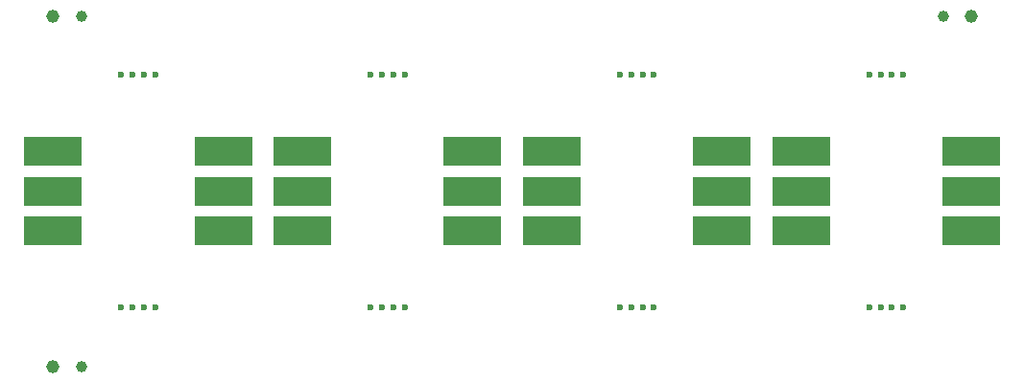
<source format=gbs>
G04 #@! TF.GenerationSoftware,KiCad,Pcbnew,7.0.2*
G04 #@! TF.CreationDate,2024-01-09T17:33:51+01:00*
G04 #@! TF.ProjectId,MicroMatrix_Panel,4d696372-6f4d-4617-9472-69785f50616e,1.3*
G04 #@! TF.SameCoordinates,Original*
G04 #@! TF.FileFunction,Soldermask,Bot*
G04 #@! TF.FilePolarity,Negative*
%FSLAX46Y46*%
G04 Gerber Fmt 4.6, Leading zero omitted, Abs format (unit mm)*
G04 Created by KiCad (PCBNEW 7.0.2) date 2024-01-09 17:33:51*
%MOMM*%
%LPD*%
G01*
G04 APERTURE LIST*
%ADD10C,0.600000*%
%ADD11R,5.080000X2.540000*%
%ADD12C,1.152000*%
%ADD13C,1.000000*%
G04 APERTURE END LIST*
D10*
G04 #@! TO.C,REF\u002A\u002A*
X53500000Y-28300000D03*
G04 #@! TD*
D11*
G04 #@! TO.C,*
X46500000Y-21500000D03*
G04 #@! TD*
G04 #@! TO.C,*
X24500000Y-21500000D03*
G04 #@! TD*
G04 #@! TO.C,*
X68500000Y-14500000D03*
G04 #@! TD*
D10*
G04 #@! TO.C,REF\u002A\u002A*
X8500000Y-7700000D03*
G04 #@! TD*
G04 #@! TO.C,REF\u002A\u002A*
X76500000Y-7700000D03*
G04 #@! TD*
G04 #@! TO.C,REF\u002A\u002A*
X9500000Y-7700000D03*
G04 #@! TD*
D11*
G04 #@! TO.C,*
X24500000Y-14500000D03*
G04 #@! TD*
G04 #@! TO.C,*
X61500000Y-18000000D03*
G04 #@! TD*
D10*
G04 #@! TO.C,REF\u002A\u002A*
X31500000Y-28300000D03*
G04 #@! TD*
D12*
G04 #@! TO.C,REF\u002A\u002A*
X83500000Y-2500000D03*
G04 #@! TD*
D10*
G04 #@! TO.C,REF\u002A\u002A*
X74500000Y-7700000D03*
G04 #@! TD*
D11*
G04 #@! TO.C,*
X68500000Y-21500000D03*
G04 #@! TD*
D10*
G04 #@! TO.C,REF\u002A\u002A*
X10500000Y-28300000D03*
G04 #@! TD*
G04 #@! TO.C,REF\u002A\u002A*
X52500000Y-7700000D03*
G04 #@! TD*
G04 #@! TO.C,REF\u002A\u002A*
X74500000Y-28300000D03*
G04 #@! TD*
G04 #@! TO.C,REF\u002A\u002A*
X77500000Y-28300000D03*
G04 #@! TD*
D11*
G04 #@! TO.C,*
X61500000Y-21500000D03*
G04 #@! TD*
D10*
G04 #@! TO.C,REF\u002A\u002A*
X53500000Y-7700000D03*
G04 #@! TD*
D11*
G04 #@! TO.C,*
X2500000Y-21500000D03*
G04 #@! TD*
D10*
G04 #@! TO.C,REF\u002A\u002A*
X10500000Y-7700000D03*
G04 #@! TD*
G04 #@! TO.C,REF\u002A\u002A*
X55500000Y-28300000D03*
G04 #@! TD*
G04 #@! TO.C,REF\u002A\u002A*
X77500000Y-7700000D03*
G04 #@! TD*
D11*
G04 #@! TO.C,*
X17500000Y-14500000D03*
G04 #@! TD*
G04 #@! TO.C,*
X39500000Y-21500000D03*
G04 #@! TD*
G04 #@! TO.C,*
X68500000Y-18000000D03*
G04 #@! TD*
G04 #@! TO.C,*
X2500000Y-18000000D03*
G04 #@! TD*
G04 #@! TO.C,*
X17500000Y-18000000D03*
G04 #@! TD*
D10*
G04 #@! TO.C,REF\u002A\u002A*
X30500000Y-28300000D03*
G04 #@! TD*
D11*
G04 #@! TO.C,*
X24500000Y-18000000D03*
G04 #@! TD*
G04 #@! TO.C,*
X61500000Y-14500000D03*
G04 #@! TD*
D10*
G04 #@! TO.C,REF\u002A\u002A*
X8500000Y-28300000D03*
G04 #@! TD*
G04 #@! TO.C,REF\u002A\u002A*
X76500000Y-28300000D03*
G04 #@! TD*
G04 #@! TO.C,REF\u002A\u002A*
X11500000Y-28300000D03*
G04 #@! TD*
D11*
G04 #@! TO.C,*
X83500000Y-14500000D03*
G04 #@! TD*
D10*
G04 #@! TO.C,REF\u002A\u002A*
X55500000Y-7700000D03*
G04 #@! TD*
D11*
G04 #@! TO.C,*
X2500000Y-14500000D03*
G04 #@! TD*
D10*
G04 #@! TO.C,REF\u002A\u002A*
X75500000Y-28300000D03*
G04 #@! TD*
D11*
G04 #@! TO.C,*
X39500000Y-18000000D03*
G04 #@! TD*
D12*
G04 #@! TO.C,REF\u002A\u002A*
X2500000Y-33500000D03*
G04 #@! TD*
D10*
G04 #@! TO.C,REF\u002A\u002A*
X30500000Y-7700000D03*
G04 #@! TD*
G04 #@! TO.C,REF\u002A\u002A*
X9500000Y-28300000D03*
G04 #@! TD*
D11*
G04 #@! TO.C,*
X46500000Y-14500000D03*
G04 #@! TD*
G04 #@! TO.C,*
X83500000Y-21500000D03*
G04 #@! TD*
D10*
G04 #@! TO.C,REF\u002A\u002A*
X54500000Y-28300000D03*
G04 #@! TD*
G04 #@! TO.C,REF\u002A\u002A*
X54500000Y-7700000D03*
G04 #@! TD*
D11*
G04 #@! TO.C,*
X17500000Y-21500000D03*
G04 #@! TD*
D10*
G04 #@! TO.C,REF\u002A\u002A*
X52500000Y-28300000D03*
G04 #@! TD*
D12*
G04 #@! TO.C,REF\u002A\u002A*
X2500000Y-2500000D03*
G04 #@! TD*
D10*
G04 #@! TO.C,REF\u002A\u002A*
X33500000Y-28300000D03*
G04 #@! TD*
G04 #@! TO.C,REF\u002A\u002A*
X32500000Y-7700000D03*
G04 #@! TD*
D11*
G04 #@! TO.C,*
X83500000Y-18000000D03*
G04 #@! TD*
D10*
G04 #@! TO.C,REF\u002A\u002A*
X32500000Y-28300000D03*
G04 #@! TD*
D11*
G04 #@! TO.C,*
X46500000Y-18000000D03*
G04 #@! TD*
D10*
G04 #@! TO.C,REF\u002A\u002A*
X31500000Y-7700000D03*
G04 #@! TD*
G04 #@! TO.C,REF\u002A\u002A*
X11500000Y-7700000D03*
G04 #@! TD*
G04 #@! TO.C,REF\u002A\u002A*
X33500000Y-7700000D03*
G04 #@! TD*
G04 #@! TO.C,REF\u002A\u002A*
X75500000Y-7700000D03*
G04 #@! TD*
D11*
G04 #@! TO.C,*
X39500000Y-14500000D03*
G04 #@! TD*
D13*
G04 #@! TO.C,REF\u002A\u002A*
X81000000Y-2500000D03*
G04 #@! TD*
G04 #@! TO.C,REF\u002A\u002A*
X5000000Y-2500000D03*
G04 #@! TD*
G04 #@! TO.C,REF\u002A\u002A*
X5000000Y-33500000D03*
G04 #@! TD*
M02*

</source>
